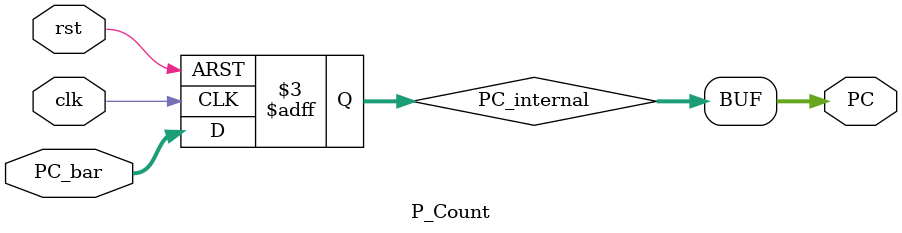
<source format=v>
module P_Count (
    input wire [31:0]   PC_bar,
    input wire clk,
    input wire rst,
    output wire [31:0]   PC
);
    reg [31:0] PC_internal;
    assign PC = PC_internal;
    
    always @(posedge clk or negedge rst) begin
        if(~rst) begin
            PC_internal <= 32'b0;
        end
        else begin
            PC_internal <= PC_bar;
        end
    end
endmodule
</source>
